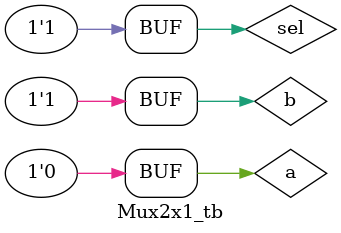
<source format=v>
`include "mux2x1.v"

module Mux2x1_tb;
    reg  a, b, sel;
    wire out;

    Mux2x1 m(a, b, sel, out);

    initial begin
        $dumpfile("mux2x1.vcd");
        $dumpvars(0, Mux2x1_tb);

        a=0; b=0; sel=0; #10;
        a=0; b=1; sel=0; #10;
        a=1; b=1; sel=0; #10;
        a=1; b=0; sel=0; #10;
        a=1; b=0; sel=1; #10;
        a=1; b=1; sel=1; #10;
        a=0; b=1; sel=1; #10;
    end

endmodule
</source>
